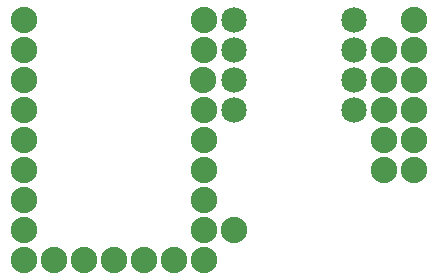
<source format=gbs>
G04 MADE WITH FRITZING*
G04 WWW.FRITZING.ORG*
G04 SINGLE SIDED*
G04 HOLES NOT PLATED*
G04 CONTOUR ON CENTER OF CONTOUR VECTOR*
%ASAXBY*%
%FSLAX23Y23*%
%MOIN*%
%OFA0B0*%
%SFA1.0B1.0*%
%ADD10C,0.088000*%
%ADD11C,0.085000*%
%LNMASK0*%
G90*
G70*
G54D10*
X86Y873D03*
X86Y773D03*
X86Y673D03*
X86Y573D03*
X86Y473D03*
X86Y373D03*
X86Y273D03*
X86Y173D03*
X86Y73D03*
X186Y73D03*
X286Y73D03*
X386Y73D03*
X486Y73D03*
X586Y73D03*
X686Y73D03*
X686Y173D03*
X686Y273D03*
X686Y373D03*
X686Y473D03*
X686Y573D03*
X685Y673D03*
X686Y773D03*
X686Y873D03*
G54D11*
X786Y573D03*
X1186Y573D03*
X786Y673D03*
X1186Y673D03*
X786Y773D03*
X1186Y773D03*
X786Y873D03*
X1186Y873D03*
G54D10*
X1386Y873D03*
X1386Y773D03*
X1386Y673D03*
X1286Y773D03*
X1286Y673D03*
X1286Y573D03*
X1386Y473D03*
X1386Y373D03*
X1286Y373D03*
X786Y173D03*
X1286Y473D03*
X1386Y573D03*
G04 End of Mask0*
M02*
</source>
